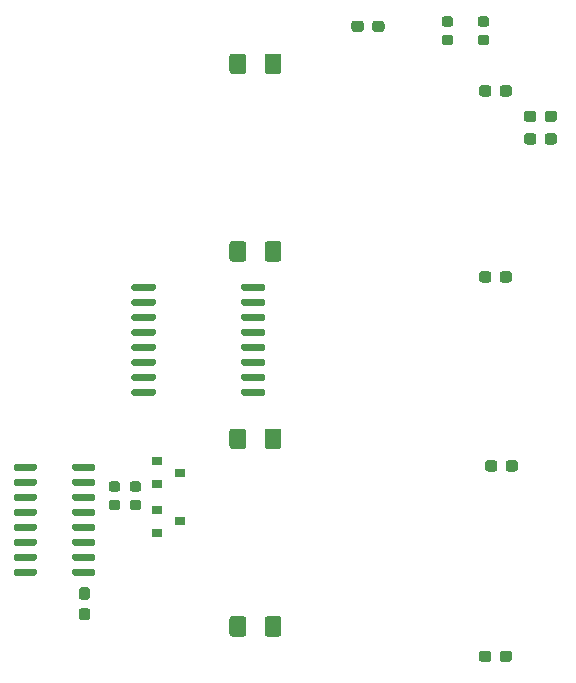
<source format=gbr>
G04 #@! TF.GenerationSoftware,KiCad,Pcbnew,5.1.6*
G04 #@! TF.CreationDate,2020-07-21T22:46:31+02:00*
G04 #@! TF.ProjectId,esp32_stepper_driver,65737033-325f-4737-9465-707065725f64,rev?*
G04 #@! TF.SameCoordinates,Original*
G04 #@! TF.FileFunction,Paste,Bot*
G04 #@! TF.FilePolarity,Positive*
%FSLAX46Y46*%
G04 Gerber Fmt 4.6, Leading zero omitted, Abs format (unit mm)*
G04 Created by KiCad (PCBNEW 5.1.6) date 2020-07-21 22:46:31*
%MOMM*%
%LPD*%
G01*
G04 APERTURE LIST*
%ADD10R,0.900000X0.800000*%
G04 APERTURE END LIST*
G36*
G01*
X155379000Y-97513000D02*
X155379000Y-97813000D01*
G75*
G02*
X155229000Y-97963000I-150000J0D01*
G01*
X153479000Y-97963000D01*
G75*
G02*
X153329000Y-97813000I0J150000D01*
G01*
X153329000Y-97513000D01*
G75*
G02*
X153479000Y-97363000I150000J0D01*
G01*
X155229000Y-97363000D01*
G75*
G02*
X155379000Y-97513000I0J-150000D01*
G01*
G37*
G36*
G01*
X155379000Y-98783000D02*
X155379000Y-99083000D01*
G75*
G02*
X155229000Y-99233000I-150000J0D01*
G01*
X153479000Y-99233000D01*
G75*
G02*
X153329000Y-99083000I0J150000D01*
G01*
X153329000Y-98783000D01*
G75*
G02*
X153479000Y-98633000I150000J0D01*
G01*
X155229000Y-98633000D01*
G75*
G02*
X155379000Y-98783000I0J-150000D01*
G01*
G37*
G36*
G01*
X155379000Y-100053000D02*
X155379000Y-100353000D01*
G75*
G02*
X155229000Y-100503000I-150000J0D01*
G01*
X153479000Y-100503000D01*
G75*
G02*
X153329000Y-100353000I0J150000D01*
G01*
X153329000Y-100053000D01*
G75*
G02*
X153479000Y-99903000I150000J0D01*
G01*
X155229000Y-99903000D01*
G75*
G02*
X155379000Y-100053000I0J-150000D01*
G01*
G37*
G36*
G01*
X155379000Y-101323000D02*
X155379000Y-101623000D01*
G75*
G02*
X155229000Y-101773000I-150000J0D01*
G01*
X153479000Y-101773000D01*
G75*
G02*
X153329000Y-101623000I0J150000D01*
G01*
X153329000Y-101323000D01*
G75*
G02*
X153479000Y-101173000I150000J0D01*
G01*
X155229000Y-101173000D01*
G75*
G02*
X155379000Y-101323000I0J-150000D01*
G01*
G37*
G36*
G01*
X155379000Y-102593000D02*
X155379000Y-102893000D01*
G75*
G02*
X155229000Y-103043000I-150000J0D01*
G01*
X153479000Y-103043000D01*
G75*
G02*
X153329000Y-102893000I0J150000D01*
G01*
X153329000Y-102593000D01*
G75*
G02*
X153479000Y-102443000I150000J0D01*
G01*
X155229000Y-102443000D01*
G75*
G02*
X155379000Y-102593000I0J-150000D01*
G01*
G37*
G36*
G01*
X155379000Y-103863000D02*
X155379000Y-104163000D01*
G75*
G02*
X155229000Y-104313000I-150000J0D01*
G01*
X153479000Y-104313000D01*
G75*
G02*
X153329000Y-104163000I0J150000D01*
G01*
X153329000Y-103863000D01*
G75*
G02*
X153479000Y-103713000I150000J0D01*
G01*
X155229000Y-103713000D01*
G75*
G02*
X155379000Y-103863000I0J-150000D01*
G01*
G37*
G36*
G01*
X155379000Y-105133000D02*
X155379000Y-105433000D01*
G75*
G02*
X155229000Y-105583000I-150000J0D01*
G01*
X153479000Y-105583000D01*
G75*
G02*
X153329000Y-105433000I0J150000D01*
G01*
X153329000Y-105133000D01*
G75*
G02*
X153479000Y-104983000I150000J0D01*
G01*
X155229000Y-104983000D01*
G75*
G02*
X155379000Y-105133000I0J-150000D01*
G01*
G37*
G36*
G01*
X155379000Y-106403000D02*
X155379000Y-106703000D01*
G75*
G02*
X155229000Y-106853000I-150000J0D01*
G01*
X153479000Y-106853000D01*
G75*
G02*
X153329000Y-106703000I0J150000D01*
G01*
X153329000Y-106403000D01*
G75*
G02*
X153479000Y-106253000I150000J0D01*
G01*
X155229000Y-106253000D01*
G75*
G02*
X155379000Y-106403000I0J-150000D01*
G01*
G37*
G36*
G01*
X164679000Y-106403000D02*
X164679000Y-106703000D01*
G75*
G02*
X164529000Y-106853000I-150000J0D01*
G01*
X162779000Y-106853000D01*
G75*
G02*
X162629000Y-106703000I0J150000D01*
G01*
X162629000Y-106403000D01*
G75*
G02*
X162779000Y-106253000I150000J0D01*
G01*
X164529000Y-106253000D01*
G75*
G02*
X164679000Y-106403000I0J-150000D01*
G01*
G37*
G36*
G01*
X164679000Y-105133000D02*
X164679000Y-105433000D01*
G75*
G02*
X164529000Y-105583000I-150000J0D01*
G01*
X162779000Y-105583000D01*
G75*
G02*
X162629000Y-105433000I0J150000D01*
G01*
X162629000Y-105133000D01*
G75*
G02*
X162779000Y-104983000I150000J0D01*
G01*
X164529000Y-104983000D01*
G75*
G02*
X164679000Y-105133000I0J-150000D01*
G01*
G37*
G36*
G01*
X164679000Y-103863000D02*
X164679000Y-104163000D01*
G75*
G02*
X164529000Y-104313000I-150000J0D01*
G01*
X162779000Y-104313000D01*
G75*
G02*
X162629000Y-104163000I0J150000D01*
G01*
X162629000Y-103863000D01*
G75*
G02*
X162779000Y-103713000I150000J0D01*
G01*
X164529000Y-103713000D01*
G75*
G02*
X164679000Y-103863000I0J-150000D01*
G01*
G37*
G36*
G01*
X164679000Y-102593000D02*
X164679000Y-102893000D01*
G75*
G02*
X164529000Y-103043000I-150000J0D01*
G01*
X162779000Y-103043000D01*
G75*
G02*
X162629000Y-102893000I0J150000D01*
G01*
X162629000Y-102593000D01*
G75*
G02*
X162779000Y-102443000I150000J0D01*
G01*
X164529000Y-102443000D01*
G75*
G02*
X164679000Y-102593000I0J-150000D01*
G01*
G37*
G36*
G01*
X164679000Y-101323000D02*
X164679000Y-101623000D01*
G75*
G02*
X164529000Y-101773000I-150000J0D01*
G01*
X162779000Y-101773000D01*
G75*
G02*
X162629000Y-101623000I0J150000D01*
G01*
X162629000Y-101323000D01*
G75*
G02*
X162779000Y-101173000I150000J0D01*
G01*
X164529000Y-101173000D01*
G75*
G02*
X164679000Y-101323000I0J-150000D01*
G01*
G37*
G36*
G01*
X164679000Y-100053000D02*
X164679000Y-100353000D01*
G75*
G02*
X164529000Y-100503000I-150000J0D01*
G01*
X162779000Y-100503000D01*
G75*
G02*
X162629000Y-100353000I0J150000D01*
G01*
X162629000Y-100053000D01*
G75*
G02*
X162779000Y-99903000I150000J0D01*
G01*
X164529000Y-99903000D01*
G75*
G02*
X164679000Y-100053000I0J-150000D01*
G01*
G37*
G36*
G01*
X164679000Y-98783000D02*
X164679000Y-99083000D01*
G75*
G02*
X164529000Y-99233000I-150000J0D01*
G01*
X162779000Y-99233000D01*
G75*
G02*
X162629000Y-99083000I0J150000D01*
G01*
X162629000Y-98783000D01*
G75*
G02*
X162779000Y-98633000I150000J0D01*
G01*
X164529000Y-98633000D01*
G75*
G02*
X164679000Y-98783000I0J-150000D01*
G01*
G37*
G36*
G01*
X164679000Y-97513000D02*
X164679000Y-97813000D01*
G75*
G02*
X164529000Y-97963000I-150000J0D01*
G01*
X162779000Y-97963000D01*
G75*
G02*
X162629000Y-97813000I0J150000D01*
G01*
X162629000Y-97513000D01*
G75*
G02*
X162779000Y-97363000I150000J0D01*
G01*
X164529000Y-97363000D01*
G75*
G02*
X164679000Y-97513000I0J-150000D01*
G01*
G37*
G36*
G01*
X148312000Y-121943000D02*
X148312000Y-121643000D01*
G75*
G02*
X148462000Y-121493000I150000J0D01*
G01*
X150112000Y-121493000D01*
G75*
G02*
X150262000Y-121643000I0J-150000D01*
G01*
X150262000Y-121943000D01*
G75*
G02*
X150112000Y-122093000I-150000J0D01*
G01*
X148462000Y-122093000D01*
G75*
G02*
X148312000Y-121943000I0J150000D01*
G01*
G37*
G36*
G01*
X148312000Y-120673000D02*
X148312000Y-120373000D01*
G75*
G02*
X148462000Y-120223000I150000J0D01*
G01*
X150112000Y-120223000D01*
G75*
G02*
X150262000Y-120373000I0J-150000D01*
G01*
X150262000Y-120673000D01*
G75*
G02*
X150112000Y-120823000I-150000J0D01*
G01*
X148462000Y-120823000D01*
G75*
G02*
X148312000Y-120673000I0J150000D01*
G01*
G37*
G36*
G01*
X148312000Y-119403000D02*
X148312000Y-119103000D01*
G75*
G02*
X148462000Y-118953000I150000J0D01*
G01*
X150112000Y-118953000D01*
G75*
G02*
X150262000Y-119103000I0J-150000D01*
G01*
X150262000Y-119403000D01*
G75*
G02*
X150112000Y-119553000I-150000J0D01*
G01*
X148462000Y-119553000D01*
G75*
G02*
X148312000Y-119403000I0J150000D01*
G01*
G37*
G36*
G01*
X148312000Y-118133000D02*
X148312000Y-117833000D01*
G75*
G02*
X148462000Y-117683000I150000J0D01*
G01*
X150112000Y-117683000D01*
G75*
G02*
X150262000Y-117833000I0J-150000D01*
G01*
X150262000Y-118133000D01*
G75*
G02*
X150112000Y-118283000I-150000J0D01*
G01*
X148462000Y-118283000D01*
G75*
G02*
X148312000Y-118133000I0J150000D01*
G01*
G37*
G36*
G01*
X148312000Y-116863000D02*
X148312000Y-116563000D01*
G75*
G02*
X148462000Y-116413000I150000J0D01*
G01*
X150112000Y-116413000D01*
G75*
G02*
X150262000Y-116563000I0J-150000D01*
G01*
X150262000Y-116863000D01*
G75*
G02*
X150112000Y-117013000I-150000J0D01*
G01*
X148462000Y-117013000D01*
G75*
G02*
X148312000Y-116863000I0J150000D01*
G01*
G37*
G36*
G01*
X148312000Y-115593000D02*
X148312000Y-115293000D01*
G75*
G02*
X148462000Y-115143000I150000J0D01*
G01*
X150112000Y-115143000D01*
G75*
G02*
X150262000Y-115293000I0J-150000D01*
G01*
X150262000Y-115593000D01*
G75*
G02*
X150112000Y-115743000I-150000J0D01*
G01*
X148462000Y-115743000D01*
G75*
G02*
X148312000Y-115593000I0J150000D01*
G01*
G37*
G36*
G01*
X148312000Y-114323000D02*
X148312000Y-114023000D01*
G75*
G02*
X148462000Y-113873000I150000J0D01*
G01*
X150112000Y-113873000D01*
G75*
G02*
X150262000Y-114023000I0J-150000D01*
G01*
X150262000Y-114323000D01*
G75*
G02*
X150112000Y-114473000I-150000J0D01*
G01*
X148462000Y-114473000D01*
G75*
G02*
X148312000Y-114323000I0J150000D01*
G01*
G37*
G36*
G01*
X148312000Y-113053000D02*
X148312000Y-112753000D01*
G75*
G02*
X148462000Y-112603000I150000J0D01*
G01*
X150112000Y-112603000D01*
G75*
G02*
X150262000Y-112753000I0J-150000D01*
G01*
X150262000Y-113053000D01*
G75*
G02*
X150112000Y-113203000I-150000J0D01*
G01*
X148462000Y-113203000D01*
G75*
G02*
X148312000Y-113053000I0J150000D01*
G01*
G37*
G36*
G01*
X143362000Y-113053000D02*
X143362000Y-112753000D01*
G75*
G02*
X143512000Y-112603000I150000J0D01*
G01*
X145162000Y-112603000D01*
G75*
G02*
X145312000Y-112753000I0J-150000D01*
G01*
X145312000Y-113053000D01*
G75*
G02*
X145162000Y-113203000I-150000J0D01*
G01*
X143512000Y-113203000D01*
G75*
G02*
X143362000Y-113053000I0J150000D01*
G01*
G37*
G36*
G01*
X143362000Y-114323000D02*
X143362000Y-114023000D01*
G75*
G02*
X143512000Y-113873000I150000J0D01*
G01*
X145162000Y-113873000D01*
G75*
G02*
X145312000Y-114023000I0J-150000D01*
G01*
X145312000Y-114323000D01*
G75*
G02*
X145162000Y-114473000I-150000J0D01*
G01*
X143512000Y-114473000D01*
G75*
G02*
X143362000Y-114323000I0J150000D01*
G01*
G37*
G36*
G01*
X143362000Y-115593000D02*
X143362000Y-115293000D01*
G75*
G02*
X143512000Y-115143000I150000J0D01*
G01*
X145162000Y-115143000D01*
G75*
G02*
X145312000Y-115293000I0J-150000D01*
G01*
X145312000Y-115593000D01*
G75*
G02*
X145162000Y-115743000I-150000J0D01*
G01*
X143512000Y-115743000D01*
G75*
G02*
X143362000Y-115593000I0J150000D01*
G01*
G37*
G36*
G01*
X143362000Y-116863000D02*
X143362000Y-116563000D01*
G75*
G02*
X143512000Y-116413000I150000J0D01*
G01*
X145162000Y-116413000D01*
G75*
G02*
X145312000Y-116563000I0J-150000D01*
G01*
X145312000Y-116863000D01*
G75*
G02*
X145162000Y-117013000I-150000J0D01*
G01*
X143512000Y-117013000D01*
G75*
G02*
X143362000Y-116863000I0J150000D01*
G01*
G37*
G36*
G01*
X143362000Y-118133000D02*
X143362000Y-117833000D01*
G75*
G02*
X143512000Y-117683000I150000J0D01*
G01*
X145162000Y-117683000D01*
G75*
G02*
X145312000Y-117833000I0J-150000D01*
G01*
X145312000Y-118133000D01*
G75*
G02*
X145162000Y-118283000I-150000J0D01*
G01*
X143512000Y-118283000D01*
G75*
G02*
X143362000Y-118133000I0J150000D01*
G01*
G37*
G36*
G01*
X143362000Y-119403000D02*
X143362000Y-119103000D01*
G75*
G02*
X143512000Y-118953000I150000J0D01*
G01*
X145162000Y-118953000D01*
G75*
G02*
X145312000Y-119103000I0J-150000D01*
G01*
X145312000Y-119403000D01*
G75*
G02*
X145162000Y-119553000I-150000J0D01*
G01*
X143512000Y-119553000D01*
G75*
G02*
X143362000Y-119403000I0J150000D01*
G01*
G37*
G36*
G01*
X143362000Y-120673000D02*
X143362000Y-120373000D01*
G75*
G02*
X143512000Y-120223000I150000J0D01*
G01*
X145162000Y-120223000D01*
G75*
G02*
X145312000Y-120373000I0J-150000D01*
G01*
X145312000Y-120673000D01*
G75*
G02*
X145162000Y-120823000I-150000J0D01*
G01*
X143512000Y-120823000D01*
G75*
G02*
X143362000Y-120673000I0J150000D01*
G01*
G37*
G36*
G01*
X143362000Y-121943000D02*
X143362000Y-121643000D01*
G75*
G02*
X143512000Y-121493000I150000J0D01*
G01*
X145162000Y-121493000D01*
G75*
G02*
X145312000Y-121643000I0J-150000D01*
G01*
X145312000Y-121943000D01*
G75*
G02*
X145162000Y-122093000I-150000J0D01*
G01*
X143512000Y-122093000D01*
G75*
G02*
X143362000Y-121943000I0J150000D01*
G01*
G37*
G36*
G01*
X180342250Y-75596000D02*
X179829750Y-75596000D01*
G75*
G02*
X179611000Y-75377250I0J218750D01*
G01*
X179611000Y-74939750D01*
G75*
G02*
X179829750Y-74721000I218750J0D01*
G01*
X180342250Y-74721000D01*
G75*
G02*
X180561000Y-74939750I0J-218750D01*
G01*
X180561000Y-75377250D01*
G75*
G02*
X180342250Y-75596000I-218750J0D01*
G01*
G37*
G36*
G01*
X180342250Y-77171000D02*
X179829750Y-77171000D01*
G75*
G02*
X179611000Y-76952250I0J218750D01*
G01*
X179611000Y-76514750D01*
G75*
G02*
X179829750Y-76296000I218750J0D01*
G01*
X180342250Y-76296000D01*
G75*
G02*
X180561000Y-76514750I0J-218750D01*
G01*
X180561000Y-76952250D01*
G75*
G02*
X180342250Y-77171000I-218750J0D01*
G01*
G37*
G36*
G01*
X183390250Y-75596000D02*
X182877750Y-75596000D01*
G75*
G02*
X182659000Y-75377250I0J218750D01*
G01*
X182659000Y-74939750D01*
G75*
G02*
X182877750Y-74721000I218750J0D01*
G01*
X183390250Y-74721000D01*
G75*
G02*
X183609000Y-74939750I0J-218750D01*
G01*
X183609000Y-75377250D01*
G75*
G02*
X183390250Y-75596000I-218750J0D01*
G01*
G37*
G36*
G01*
X183390250Y-77171000D02*
X182877750Y-77171000D01*
G75*
G02*
X182659000Y-76952250I0J218750D01*
G01*
X182659000Y-76514750D01*
G75*
G02*
X182877750Y-76296000I218750J0D01*
G01*
X183390250Y-76296000D01*
G75*
G02*
X183609000Y-76514750I0J-218750D01*
G01*
X183609000Y-76952250D01*
G75*
G02*
X183390250Y-77171000I-218750J0D01*
G01*
G37*
G36*
G01*
X152148250Y-114966000D02*
X151635750Y-114966000D01*
G75*
G02*
X151417000Y-114747250I0J218750D01*
G01*
X151417000Y-114309750D01*
G75*
G02*
X151635750Y-114091000I218750J0D01*
G01*
X152148250Y-114091000D01*
G75*
G02*
X152367000Y-114309750I0J-218750D01*
G01*
X152367000Y-114747250D01*
G75*
G02*
X152148250Y-114966000I-218750J0D01*
G01*
G37*
G36*
G01*
X152148250Y-116541000D02*
X151635750Y-116541000D01*
G75*
G02*
X151417000Y-116322250I0J218750D01*
G01*
X151417000Y-115884750D01*
G75*
G02*
X151635750Y-115666000I218750J0D01*
G01*
X152148250Y-115666000D01*
G75*
G02*
X152367000Y-115884750I0J-218750D01*
G01*
X152367000Y-116322250D01*
G75*
G02*
X152148250Y-116541000I-218750J0D01*
G01*
G37*
G36*
G01*
X153413750Y-115666000D02*
X153926250Y-115666000D01*
G75*
G02*
X154145000Y-115884750I0J-218750D01*
G01*
X154145000Y-116322250D01*
G75*
G02*
X153926250Y-116541000I-218750J0D01*
G01*
X153413750Y-116541000D01*
G75*
G02*
X153195000Y-116322250I0J218750D01*
G01*
X153195000Y-115884750D01*
G75*
G02*
X153413750Y-115666000I218750J0D01*
G01*
G37*
G36*
G01*
X153413750Y-114091000D02*
X153926250Y-114091000D01*
G75*
G02*
X154145000Y-114309750I0J-218750D01*
G01*
X154145000Y-114747250D01*
G75*
G02*
X153926250Y-114966000I-218750J0D01*
G01*
X153413750Y-114966000D01*
G75*
G02*
X153195000Y-114747250I0J218750D01*
G01*
X153195000Y-114309750D01*
G75*
G02*
X153413750Y-114091000I218750J0D01*
G01*
G37*
D10*
X157464000Y-117475000D03*
X155464000Y-116525000D03*
X155464000Y-118425000D03*
X157464000Y-113345000D03*
X155464000Y-112395000D03*
X155464000Y-114295000D03*
G36*
G01*
X184500000Y-81263500D02*
X184500000Y-80788500D01*
G75*
G02*
X184737500Y-80551000I237500J0D01*
G01*
X185312500Y-80551000D01*
G75*
G02*
X185550000Y-80788500I0J-237500D01*
G01*
X185550000Y-81263500D01*
G75*
G02*
X185312500Y-81501000I-237500J0D01*
G01*
X184737500Y-81501000D01*
G75*
G02*
X184500000Y-81263500I0J237500D01*
G01*
G37*
G36*
G01*
X182750000Y-81263500D02*
X182750000Y-80788500D01*
G75*
G02*
X182987500Y-80551000I237500J0D01*
G01*
X183562500Y-80551000D01*
G75*
G02*
X183800000Y-80788500I0J-237500D01*
G01*
X183800000Y-81263500D01*
G75*
G02*
X183562500Y-81501000I-237500J0D01*
G01*
X182987500Y-81501000D01*
G75*
G02*
X182750000Y-81263500I0J237500D01*
G01*
G37*
G36*
G01*
X163055000Y-93990000D02*
X163055000Y-95240000D01*
G75*
G02*
X162805000Y-95490000I-250000J0D01*
G01*
X161880000Y-95490000D01*
G75*
G02*
X161630000Y-95240000I0J250000D01*
G01*
X161630000Y-93990000D01*
G75*
G02*
X161880000Y-93740000I250000J0D01*
G01*
X162805000Y-93740000D01*
G75*
G02*
X163055000Y-93990000I0J-250000D01*
G01*
G37*
G36*
G01*
X166030000Y-93990000D02*
X166030000Y-95240000D01*
G75*
G02*
X165780000Y-95490000I-250000J0D01*
G01*
X164855000Y-95490000D01*
G75*
G02*
X164605000Y-95240000I0J250000D01*
G01*
X164605000Y-93990000D01*
G75*
G02*
X164855000Y-93740000I250000J0D01*
G01*
X165780000Y-93740000D01*
G75*
G02*
X166030000Y-93990000I0J-250000D01*
G01*
G37*
G36*
G01*
X184500000Y-97011500D02*
X184500000Y-96536500D01*
G75*
G02*
X184737500Y-96299000I237500J0D01*
G01*
X185312500Y-96299000D01*
G75*
G02*
X185550000Y-96536500I0J-237500D01*
G01*
X185550000Y-97011500D01*
G75*
G02*
X185312500Y-97249000I-237500J0D01*
G01*
X184737500Y-97249000D01*
G75*
G02*
X184500000Y-97011500I0J237500D01*
G01*
G37*
G36*
G01*
X182750000Y-97011500D02*
X182750000Y-96536500D01*
G75*
G02*
X182987500Y-96299000I237500J0D01*
G01*
X183562500Y-96299000D01*
G75*
G02*
X183800000Y-96536500I0J-237500D01*
G01*
X183800000Y-97011500D01*
G75*
G02*
X183562500Y-97249000I-237500J0D01*
G01*
X182987500Y-97249000D01*
G75*
G02*
X182750000Y-97011500I0J237500D01*
G01*
G37*
G36*
G01*
X187610000Y-84852500D02*
X187610000Y-85327500D01*
G75*
G02*
X187372500Y-85565000I-237500J0D01*
G01*
X186797500Y-85565000D01*
G75*
G02*
X186560000Y-85327500I0J237500D01*
G01*
X186560000Y-84852500D01*
G75*
G02*
X186797500Y-84615000I237500J0D01*
G01*
X187372500Y-84615000D01*
G75*
G02*
X187610000Y-84852500I0J-237500D01*
G01*
G37*
G36*
G01*
X189360000Y-84852500D02*
X189360000Y-85327500D01*
G75*
G02*
X189122500Y-85565000I-237500J0D01*
G01*
X188547500Y-85565000D01*
G75*
G02*
X188310000Y-85327500I0J237500D01*
G01*
X188310000Y-84852500D01*
G75*
G02*
X188547500Y-84615000I237500J0D01*
G01*
X189122500Y-84615000D01*
G75*
G02*
X189360000Y-84852500I0J-237500D01*
G01*
G37*
G36*
G01*
X173705000Y-75802500D02*
X173705000Y-75327500D01*
G75*
G02*
X173942500Y-75090000I237500J0D01*
G01*
X174517500Y-75090000D01*
G75*
G02*
X174755000Y-75327500I0J-237500D01*
G01*
X174755000Y-75802500D01*
G75*
G02*
X174517500Y-76040000I-237500J0D01*
G01*
X173942500Y-76040000D01*
G75*
G02*
X173705000Y-75802500I0J237500D01*
G01*
G37*
G36*
G01*
X171955000Y-75802500D02*
X171955000Y-75327500D01*
G75*
G02*
X172192500Y-75090000I237500J0D01*
G01*
X172767500Y-75090000D01*
G75*
G02*
X173005000Y-75327500I0J-237500D01*
G01*
X173005000Y-75802500D01*
G75*
G02*
X172767500Y-76040000I-237500J0D01*
G01*
X172192500Y-76040000D01*
G75*
G02*
X171955000Y-75802500I0J237500D01*
G01*
G37*
G36*
G01*
X163055000Y-109865000D02*
X163055000Y-111115000D01*
G75*
G02*
X162805000Y-111365000I-250000J0D01*
G01*
X161880000Y-111365000D01*
G75*
G02*
X161630000Y-111115000I0J250000D01*
G01*
X161630000Y-109865000D01*
G75*
G02*
X161880000Y-109615000I250000J0D01*
G01*
X162805000Y-109615000D01*
G75*
G02*
X163055000Y-109865000I0J-250000D01*
G01*
G37*
G36*
G01*
X166030000Y-109865000D02*
X166030000Y-111115000D01*
G75*
G02*
X165780000Y-111365000I-250000J0D01*
G01*
X164855000Y-111365000D01*
G75*
G02*
X164605000Y-111115000I0J250000D01*
G01*
X164605000Y-109865000D01*
G75*
G02*
X164855000Y-109615000I250000J0D01*
G01*
X165780000Y-109615000D01*
G75*
G02*
X166030000Y-109865000I0J-250000D01*
G01*
G37*
G36*
G01*
X187610000Y-82947500D02*
X187610000Y-83422500D01*
G75*
G02*
X187372500Y-83660000I-237500J0D01*
G01*
X186797500Y-83660000D01*
G75*
G02*
X186560000Y-83422500I0J237500D01*
G01*
X186560000Y-82947500D01*
G75*
G02*
X186797500Y-82710000I237500J0D01*
G01*
X187372500Y-82710000D01*
G75*
G02*
X187610000Y-82947500I0J-237500D01*
G01*
G37*
G36*
G01*
X189360000Y-82947500D02*
X189360000Y-83422500D01*
G75*
G02*
X189122500Y-83660000I-237500J0D01*
G01*
X188547500Y-83660000D01*
G75*
G02*
X188310000Y-83422500I0J237500D01*
G01*
X188310000Y-82947500D01*
G75*
G02*
X188547500Y-82710000I237500J0D01*
G01*
X189122500Y-82710000D01*
G75*
G02*
X189360000Y-82947500I0J-237500D01*
G01*
G37*
G36*
G01*
X185008000Y-113013500D02*
X185008000Y-112538500D01*
G75*
G02*
X185245500Y-112301000I237500J0D01*
G01*
X185820500Y-112301000D01*
G75*
G02*
X186058000Y-112538500I0J-237500D01*
G01*
X186058000Y-113013500D01*
G75*
G02*
X185820500Y-113251000I-237500J0D01*
G01*
X185245500Y-113251000D01*
G75*
G02*
X185008000Y-113013500I0J237500D01*
G01*
G37*
G36*
G01*
X183258000Y-113013500D02*
X183258000Y-112538500D01*
G75*
G02*
X183495500Y-112301000I237500J0D01*
G01*
X184070500Y-112301000D01*
G75*
G02*
X184308000Y-112538500I0J-237500D01*
G01*
X184308000Y-113013500D01*
G75*
G02*
X184070500Y-113251000I-237500J0D01*
G01*
X183495500Y-113251000D01*
G75*
G02*
X183258000Y-113013500I0J237500D01*
G01*
G37*
G36*
G01*
X149114500Y-124810000D02*
X149589500Y-124810000D01*
G75*
G02*
X149827000Y-125047500I0J-237500D01*
G01*
X149827000Y-125622500D01*
G75*
G02*
X149589500Y-125860000I-237500J0D01*
G01*
X149114500Y-125860000D01*
G75*
G02*
X148877000Y-125622500I0J237500D01*
G01*
X148877000Y-125047500D01*
G75*
G02*
X149114500Y-124810000I237500J0D01*
G01*
G37*
G36*
G01*
X149114500Y-123060000D02*
X149589500Y-123060000D01*
G75*
G02*
X149827000Y-123297500I0J-237500D01*
G01*
X149827000Y-123872500D01*
G75*
G02*
X149589500Y-124110000I-237500J0D01*
G01*
X149114500Y-124110000D01*
G75*
G02*
X148877000Y-123872500I0J237500D01*
G01*
X148877000Y-123297500D01*
G75*
G02*
X149114500Y-123060000I237500J0D01*
G01*
G37*
G36*
G01*
X163055000Y-125740000D02*
X163055000Y-126990000D01*
G75*
G02*
X162805000Y-127240000I-250000J0D01*
G01*
X161880000Y-127240000D01*
G75*
G02*
X161630000Y-126990000I0J250000D01*
G01*
X161630000Y-125740000D01*
G75*
G02*
X161880000Y-125490000I250000J0D01*
G01*
X162805000Y-125490000D01*
G75*
G02*
X163055000Y-125740000I0J-250000D01*
G01*
G37*
G36*
G01*
X166030000Y-125740000D02*
X166030000Y-126990000D01*
G75*
G02*
X165780000Y-127240000I-250000J0D01*
G01*
X164855000Y-127240000D01*
G75*
G02*
X164605000Y-126990000I0J250000D01*
G01*
X164605000Y-125740000D01*
G75*
G02*
X164855000Y-125490000I250000J0D01*
G01*
X165780000Y-125490000D01*
G75*
G02*
X166030000Y-125740000I0J-250000D01*
G01*
G37*
G36*
G01*
X184500000Y-129142500D02*
X184500000Y-128667500D01*
G75*
G02*
X184737500Y-128430000I237500J0D01*
G01*
X185312500Y-128430000D01*
G75*
G02*
X185550000Y-128667500I0J-237500D01*
G01*
X185550000Y-129142500D01*
G75*
G02*
X185312500Y-129380000I-237500J0D01*
G01*
X184737500Y-129380000D01*
G75*
G02*
X184500000Y-129142500I0J237500D01*
G01*
G37*
G36*
G01*
X182750000Y-129142500D02*
X182750000Y-128667500D01*
G75*
G02*
X182987500Y-128430000I237500J0D01*
G01*
X183562500Y-128430000D01*
G75*
G02*
X183800000Y-128667500I0J-237500D01*
G01*
X183800000Y-129142500D01*
G75*
G02*
X183562500Y-129380000I-237500J0D01*
G01*
X182987500Y-129380000D01*
G75*
G02*
X182750000Y-129142500I0J237500D01*
G01*
G37*
G36*
G01*
X166030000Y-78115000D02*
X166030000Y-79365000D01*
G75*
G02*
X165780000Y-79615000I-250000J0D01*
G01*
X164855000Y-79615000D01*
G75*
G02*
X164605000Y-79365000I0J250000D01*
G01*
X164605000Y-78115000D01*
G75*
G02*
X164855000Y-77865000I250000J0D01*
G01*
X165780000Y-77865000D01*
G75*
G02*
X166030000Y-78115000I0J-250000D01*
G01*
G37*
G36*
G01*
X163055000Y-78115000D02*
X163055000Y-79365000D01*
G75*
G02*
X162805000Y-79615000I-250000J0D01*
G01*
X161880000Y-79615000D01*
G75*
G02*
X161630000Y-79365000I0J250000D01*
G01*
X161630000Y-78115000D01*
G75*
G02*
X161880000Y-77865000I250000J0D01*
G01*
X162805000Y-77865000D01*
G75*
G02*
X163055000Y-78115000I0J-250000D01*
G01*
G37*
M02*

</source>
